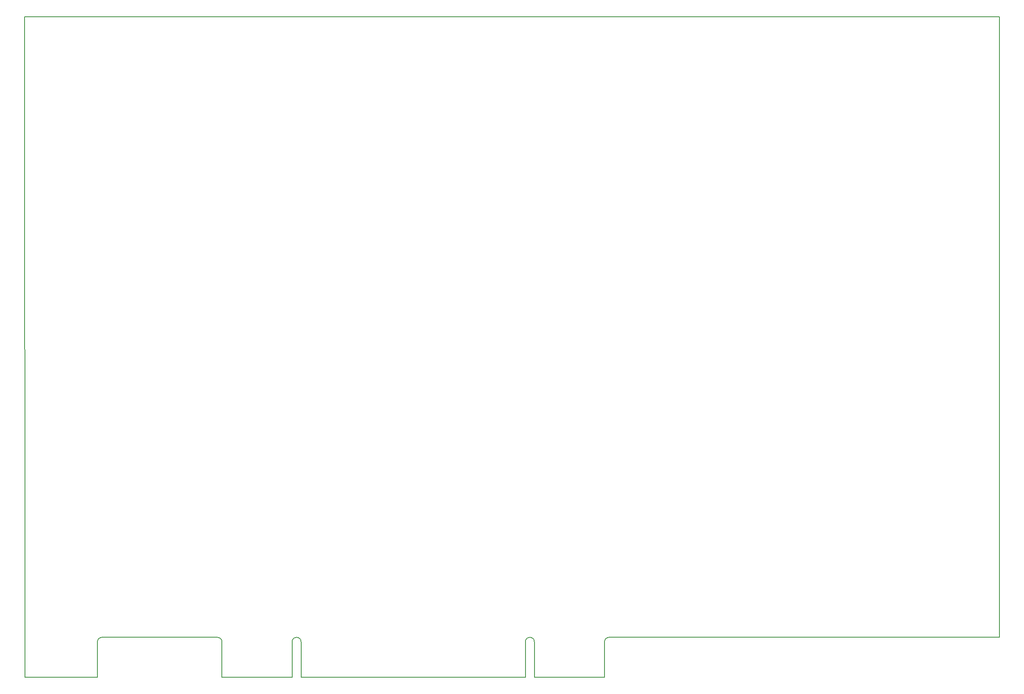
<source format=gko>
%FSAX43Y43*%
%MOMM*%
G71*
G01*
G75*
%ADD10R,11.430X1.524*%
%ADD11R,30.480X1.524*%
%ADD12R,1.524X0.305*%
%ADD13R,0.305X1.524*%
%ADD14R,1.524X1.270*%
%ADD15R,0.762X0.889*%
%ADD16O,0.432X1.524*%
%ADD17R,0.432X1.524*%
%ADD18R,1.778X2.286*%
%ADD19R,1.270X1.143*%
%ADD20R,1.524X3.048*%
%ADD21R,0.889X0.762*%
%ADD22R,3.048X1.524*%
%ADD23R,1.270X1.524*%
%ADD24R,2.286X1.778*%
%ADD25R,1.524X0.508*%
%ADD26O,0.610X2.032*%
%ADD27R,1.143X1.270*%
%ADD28R,1.778X1.524*%
%ADD29R,1.524X1.778*%
%ADD30R,1.524X2.032*%
%ADD31R,2.540X0.610*%
%ADD32O,2.540X0.610*%
%ADD33O,1.778X3.048*%
%ADD34R,5.588X6.350*%
%ADD35R,3.810X2.032*%
%ADD36R,2.032X1.524*%
%ADD37R,1.727X1.219*%
%ADD38O,1.727X1.219*%
%ADD39O,2.540X1.270*%
%ADD40O,2.032X0.610*%
%ADD41R,15.240X5.080*%
%ADD42R,2.540X1.778*%
%ADD43R,0.914X1.270*%
%ADD44R,0.914X0.914*%
%ADD45R,1.778X2.540*%
%ADD46R,3.048X2.286*%
%ADD47R,1.270X1.016*%
%ADD48R,1.016X1.270*%
%ADD49R,1.780X0.420*%
%ADD50R,1.780X0.420*%
%ADD51O,1.016X5.080*%
%ADD52O,2.032X0.762*%
%ADD53R,1.727X1.829*%
%ADD54R,1.778X0.508*%
%ADD55R,2.540X0.635*%
%ADD56R,0.508X1.524*%
%ADD57R,0.508X1.778*%
%ADD58R,0.610X2.032*%
%ADD59R,2.032X0.610*%
%ADD60R,21.590X1.524*%
%ADD61R,1.524X14.859*%
%ADD62O,8.636X8.382*%
%ADD63R,7.874X6.096*%
%ADD64R,1.727X0.813*%
%ADD65C,0.203*%
%ADD66C,0.356*%
%ADD67C,0.457*%
%ADD68C,0.305*%
%ADD69C,1.270*%
%ADD70C,0.508*%
%ADD71C,0.406*%
%ADD72C,0.635*%
%ADD73C,0.381*%
%ADD74C,0.584*%
%ADD75C,0.254*%
%ADD76C,0.813*%
%ADD77C,0.711*%
%ADD78C,0.889*%
%ADD79R,25.146X25.400*%
%ADD80R,1.397X0.635*%
%ADD81C,1.270*%
%ADD82C,1.651*%
%ADD83C,1.524*%
%ADD84R,1.270X1.270*%
%ADD85C,1.626*%
%ADD86C,3.302*%
%ADD87R,10.160X7.620*%
%ADD88C,2.286*%
%ADD89C,6.350*%
%ADD90C,1.930*%
%ADD91C,5.842*%
%ADD92C,1.905*%
%ADD93R,1.905X1.905*%
%ADD94C,1.575*%
%ADD95C,1.727*%
%ADD96R,1.727X1.727*%
%ADD97C,0.813*%
%ADD98R,24.130X1.524*%
%ADD99R,2.032X30.480*%
%ADD100R,1.016X0.914*%
%ADD101R,0.914X1.016*%
%ADD102R,0.762X0.762*%
%ADD103R,1.829X1.727*%
%ADD104R,2.032X3.810*%
%ADD105R,1.270X0.914*%
%ADD106R,2.286X3.048*%
%ADD107O,0.762X2.032*%
%ADD108R,1.194X0.787*%
%ADD109O,1.194X0.787*%
%ADD110R,5.080X2.032*%
%ADD111R,1.270X2.794*%
%ADD112R,1.270X3.048*%
%ADD113C,0.200*%
%ADD114C,0.127*%
%ADD115R,79.883X6.985*%
%ADD116R,11.633X1.727*%
%ADD117R,30.683X1.727*%
%ADD118R,1.727X0.508*%
%ADD119R,0.508X1.727*%
%ADD120R,1.727X1.473*%
%ADD121R,0.965X1.092*%
%ADD122O,0.635X1.727*%
%ADD123R,0.635X1.727*%
%ADD124R,1.981X2.489*%
%ADD125R,1.473X1.346*%
%ADD126R,1.727X3.251*%
%ADD127R,1.092X0.965*%
%ADD128R,3.251X1.727*%
%ADD129R,1.473X1.727*%
%ADD130R,2.489X1.981*%
%ADD131R,1.727X0.711*%
%ADD132O,0.813X2.235*%
%ADD133R,1.346X1.473*%
%ADD134R,1.981X1.727*%
%ADD135R,1.727X1.981*%
%ADD136R,1.727X2.235*%
%ADD137R,2.743X0.813*%
%ADD138O,2.743X0.813*%
%ADD139O,1.981X3.251*%
%ADD140R,5.791X6.553*%
%ADD141R,4.013X2.235*%
%ADD142R,2.235X1.727*%
%ADD143R,1.930X1.422*%
%ADD144O,1.930X1.422*%
%ADD145O,2.743X1.473*%
%ADD146O,2.235X0.813*%
%ADD147R,15.443X5.283*%
%ADD148R,2.743X1.981*%
%ADD149R,1.118X1.473*%
%ADD150R,1.118X1.118*%
%ADD151R,1.981X2.743*%
%ADD152R,3.251X2.489*%
%ADD153R,1.473X1.219*%
%ADD154R,1.219X1.473*%
%ADD155R,1.983X0.623*%
%ADD156R,1.983X0.623*%
%ADD157O,1.219X5.283*%
%ADD158O,2.235X0.965*%
%ADD159R,1.930X2.032*%
%ADD160R,1.981X0.711*%
%ADD161R,2.743X0.838*%
%ADD162R,0.711X1.727*%
%ADD163R,0.711X1.981*%
%ADD164R,0.813X2.235*%
%ADD165R,2.235X0.813*%
%ADD166R,21.793X1.727*%
%ADD167R,1.727X15.062*%
%ADD168O,8.839X8.585*%
%ADD169R,8.077X6.299*%
%ADD170R,1.930X1.016*%
%ADD171C,1.473*%
%ADD172C,1.854*%
%ADD173R,1.473X1.473*%
%ADD174C,1.829*%
%ADD175C,3.505*%
%ADD176R,10.363X7.823*%
%ADD177C,0.203*%
%ADD178C,2.489*%
%ADD179C,6.553*%
%ADD180C,2.134*%
%ADD181C,6.045*%
%ADD182C,2.108*%
%ADD183R,2.108X2.108*%
%ADD184C,1.778*%
%ADD185R,1.930X1.930*%
%ADD186C,1.016*%
%ADD187R,24.333X1.727*%
%ADD188R,2.235X30.683*%
%ADD189R,1.219X1.118*%
%ADD190R,1.118X1.219*%
%ADD191R,0.965X0.965*%
%ADD192R,2.032X1.930*%
%ADD193R,2.235X4.013*%
%ADD194R,1.473X1.118*%
%ADD195R,2.489X3.251*%
%ADD196O,0.965X2.235*%
%ADD197R,1.397X0.991*%
%ADD198O,1.397X0.991*%
%ADD199R,5.283X2.235*%
%ADD200C,0.762*%
%ADD201R,46.101X0.889*%
%ADD202R,14.351X0.889*%
%ADD203R,14.224X0.889*%
%ADD204R,2.413X2.667*%
%ADD205R,2.413X1.397*%
%AMTHD206*
7,0,0,1.981,1.473,0.254,45*
%
%ADD206THD206*%
%ADD207C,1.219*%
%ADD208C,1.397*%
%ADD209C,1.321*%
%ADD210C,1.422*%
%ADD211C,3.810*%
%AMTHD212*
7,0,0,4.572,4.064,0.254,45*
%
%ADD212THD212*%
%AMTHD213*
7,0,0,2.184,1.676,0.254,45*
%
%ADD213THD213*%
%ADD214C,3.556*%
%AMTHD215*
7,0,0,2.845,2.337,0.254,45*
%
%ADD215THD215*%
%AMTHD216*
7,0,0,2.083,1.575,0.254,45*
%
%ADD216THD216*%
%AMTHD217*
7,0,0,2.413,1.905,0.254,45*
%
%ADD217THD217*%
%ADD218C,1.143*%
%AMTHD219*
7,0,0,1.905,1.397,0.254,45*
%
%ADD219THD219*%
%ADD220C,0.889*%
%AMTHD221*
7,0,0,2.159,1.651,0.254,45*
%
%ADD221THD221*%
D114*
X0106070Y0008077D02*
G03*
X0104216Y0008077I-0000927J-0000000D01*
G01*
X0041440Y0008077D02*
G03*
X0040513Y0009004I-0000927J0000000D01*
G01*
X0057810Y0008077D02*
G03*
X0055956Y0008077I-0000927J0000000D01*
G01*
X0016612Y0009004D02*
G03*
X0015684Y0008077I0000000J-0000927D01*
G01*
X0121514Y0009004D02*
G03*
X0120587Y0008077I0000000J-0000927D01*
G01*
X0000635Y0137541D02*
X0202311Y0137541D01*
X0016612Y0009004D02*
X0040513Y0009004D01*
X0000673Y0000749D02*
X0015684Y0000749D01*
X0041440Y0008077D02*
X0041440Y0000749D01*
X0055956Y0000749D02*
X0055956Y0008077D01*
X0057810Y0000749D02*
X0057810Y0008077D01*
X0104216Y0000749D02*
X0104216Y0008077D01*
X0106070Y0000749D02*
X0106070Y0008077D01*
X0106070Y0000749D02*
X0120587Y0000749D01*
X0057810Y0000749D02*
X0104216Y0000749D01*
X0202298Y0009004D02*
X0202311Y0137541D01*
X0015684Y0000749D02*
X0015684Y0008077D01*
X0041440Y0000749D02*
X0055956Y0000749D01*
X0000635Y0137541D02*
X0000673Y0000749D01*
X0120587Y0000749D02*
X0120587Y0008077D01*
X0121514Y0009004D02*
X0202298Y0009004D01*
M02*

</source>
